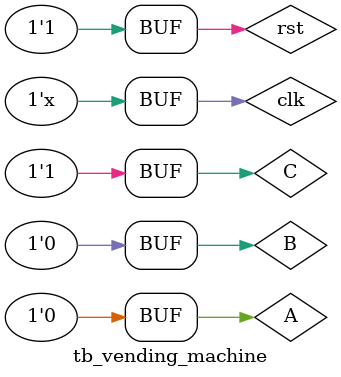
<source format=v>
`timescale 1ns / 1ps


module tb_vending_machine();

reg clk, rst;
reg A, B, C;
wire[2:0] state;
wire y;

vending_machine tb(.clk(clk), .rst(rst), .A(A), .B(B), .C(C), .state(state), .y(y));

initial begin
    rst=0; clk=0; #10
    rst=1; A=1; B=0; C=0; #10
    A=0; B=1; C=0; #10
    A=1; B=0; C=0; #10
    A=0; B=1; C=0; #10
    A=0; B=0; C=1; #10
    rst=0; #10
    rst=1; A=1; B=0; C=0; #10
    A=0; B=1; C=0; #10
    A=0; B=0; C=1;
end
always #1 clk <= ~clk;
endmodule

</source>
